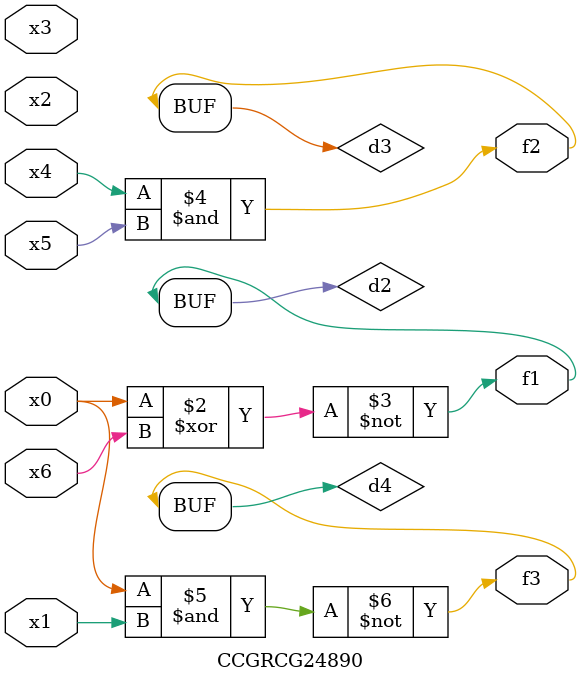
<source format=v>
module CCGRCG24890(
	input x0, x1, x2, x3, x4, x5, x6,
	output f1, f2, f3
);

	wire d1, d2, d3, d4;

	nor (d1, x0);
	xnor (d2, x0, x6);
	and (d3, x4, x5);
	nand (d4, x0, x1);
	assign f1 = d2;
	assign f2 = d3;
	assign f3 = d4;
endmodule

</source>
